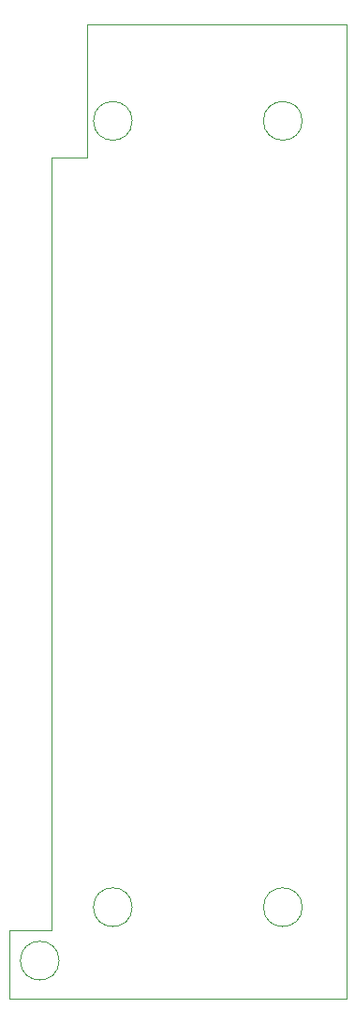
<source format=gbr>
%TF.GenerationSoftware,KiCad,Pcbnew,8.0.4*%
%TF.CreationDate,2024-11-26T14:31:27+01:00*%
%TF.ProjectId,6502 Pod 2x40 Pin Cable Adapter,36353032-2050-46f6-9420-327834302050,rev?*%
%TF.SameCoordinates,Original*%
%TF.FileFunction,Profile,NP*%
%FSLAX46Y46*%
G04 Gerber Fmt 4.6, Leading zero omitted, Abs format (unit mm)*
G04 Created by KiCad (PCBNEW 8.0.4) date 2024-11-26 14:31:27*
%MOMM*%
%LPD*%
G01*
G04 APERTURE LIST*
%TA.AperFunction,Profile*%
%ADD10C,0.100000*%
%TD*%
%TA.AperFunction,Profile*%
%ADD11C,0.050000*%
%TD*%
G04 APERTURE END LIST*
D10*
X62000000Y-140000000D02*
X62000000Y-133750000D01*
X69100000Y-52000000D02*
X69100000Y-64000000D01*
X65800000Y-64000000D02*
X65800000Y-133750000D01*
D11*
X73130000Y-60711500D02*
G75*
G02*
X69630000Y-60711500I-1750000J0D01*
G01*
X69630000Y-60711500D02*
G75*
G02*
X73130000Y-60711500I1750000J0D01*
G01*
D10*
X65800000Y-64000000D02*
X69100000Y-64000000D01*
D11*
X88500000Y-131704500D02*
G75*
G02*
X85000000Y-131704500I-1750000J0D01*
G01*
X85000000Y-131704500D02*
G75*
G02*
X88500000Y-131704500I1750000J0D01*
G01*
D10*
X92500000Y-52000000D02*
X92500000Y-140000000D01*
D11*
X66526000Y-136530500D02*
G75*
G02*
X63026000Y-136530500I-1750000J0D01*
G01*
X63026000Y-136530500D02*
G75*
G02*
X66526000Y-136530500I1750000J0D01*
G01*
X88500000Y-60711500D02*
G75*
G02*
X85000000Y-60711500I-1750000J0D01*
G01*
X85000000Y-60711500D02*
G75*
G02*
X88500000Y-60711500I1750000J0D01*
G01*
D10*
X92500000Y-140000000D02*
X62000000Y-140000000D01*
D11*
X73130000Y-131704500D02*
G75*
G02*
X69630000Y-131704500I-1750000J0D01*
G01*
X69630000Y-131704500D02*
G75*
G02*
X73130000Y-131704500I1750000J0D01*
G01*
D10*
X62000000Y-133750000D02*
X65800000Y-133750000D01*
X69100000Y-52000000D02*
X92500000Y-52000000D01*
M02*

</source>
